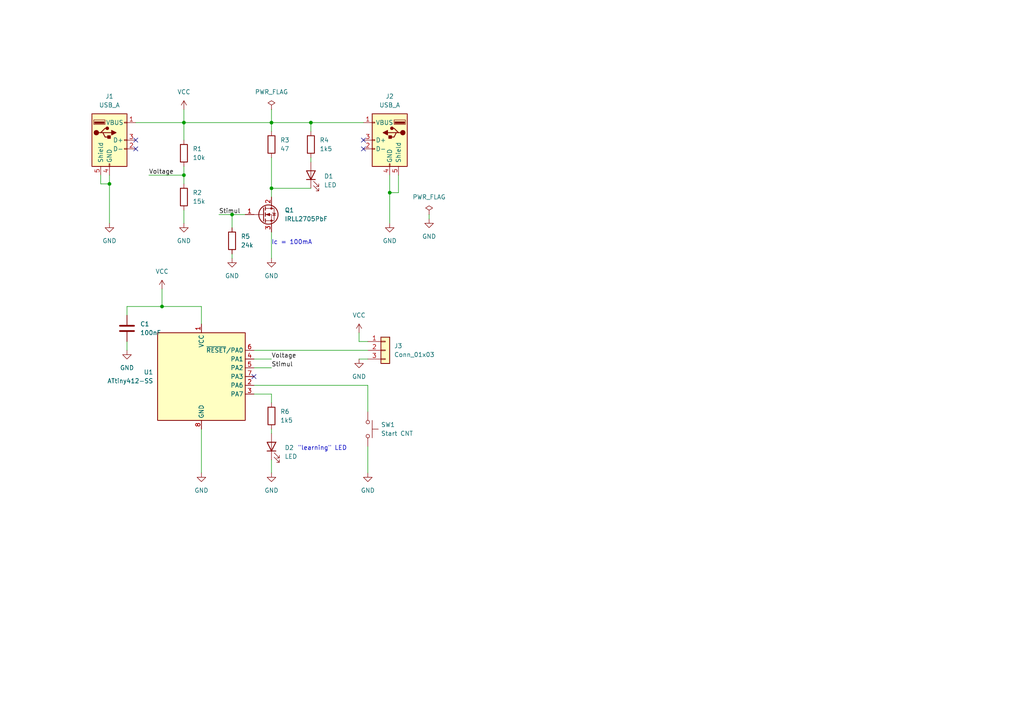
<source format=kicad_sch>
(kicad_sch (version 20230121) (generator eeschema)
  (paper "A4")
  (lib_symbols
    (symbol "Connector:USB_A" (pin_names (offset 1.016))
      (property "Reference" "J" (at -5.08 11.43 0))
      (property "Value" "USB_A" (at -5.08 8.89 0))
      (symbol "USB_A_0_1"
        (rectangle (start -5.08 -7.62) (end 5.08 7.62) (stroke (width 0.254)) (fill (type background)))
        (circle (center -3.81 2.159) (radius 0.635) (stroke (width 0.254)) (fill (type outline)))
        (rectangle (start -1.524 4.826) (end -4.318 5.334) (fill (type outline)))
        (rectangle (start -1.27 4.572) (end -4.572 5.842))
        (circle (center -0.635 3.429) (radius 0.381) (stroke (width 0.254)) (fill (type outline)))
        (rectangle (start -0.127 -7.62) (end 0.127 -6.858))
        (polyline (pts (xy -3.175 2.159) (xy -2.54 2.159) (xy -1.27 3.429) (xy -0.635 3.429)) (stroke (width 0.254)))
        (polyline (pts (xy -2.54 2.159) (xy -1.905 2.159) (xy -1.27 0.889) (xy 0 0.889)) (stroke (width 0.254)))
        (polyline (pts (xy 0.635 2.794) (xy 0.635 1.524) (xy 1.905 2.159) (xy 0.635 2.794)) (stroke (width 0.254)) (fill (type outline)))
        (rectangle (start 0.254 1.27) (end -0.508 0.508) (stroke (width 0.254)) (fill (type outline)))
        (rectangle (start 5.08 -2.667) (end 4.318 -2.413))
        (rectangle (start 5.08 -0.127) (end 4.318 0.127))
        (rectangle (start 5.08 4.953) (end 4.318 5.207))
      )
      (symbol "USB_A_1_1"
        (polyline (pts (xy -1.905 2.159) (xy 0.635 2.159)) (stroke (width 0.254)))
        (pin power_in line (at 7.62 5.08 180) (length 2.54) (name "VBUS") (number "1"))
        (pin bidirectional line (at 7.62 -2.54 180) (length 2.54) (name "D-") (number "2"))
        (pin bidirectional line (at 7.62 0 180) (length 2.54) (name "D+") (number "3"))
        (pin power_in line (at 0 -10.16 90) (length 2.54) (name "GND") (number "4"))
        (pin passive line (at -2.54 -10.16 90) (length 2.54) (name "Shield") (number "5"))
      )
    )
    (symbol "Connector_Generic:Conn_01x03" (pin_names (offset 1.016) hide)
      (property "Reference" "J" (at 0 5.08 0))
      (property "Value" "Conn_01x03" (at 0 -5.08 0))
      (symbol "Conn_01x03_1_1"
        (rectangle (start -1.27 -2.413) (end 0 -2.667) (stroke (width 0.1524)))
        (rectangle (start -1.27 0.127) (end 0 -0.127) (stroke (width 0.1524)))
        (rectangle (start -1.27 2.667) (end 0 2.413) (stroke (width 0.1524)))
        (rectangle (start -1.27 3.81) (end 1.27 -3.81) (stroke (width 0.254)) (fill (type background)))
        (pin passive line (at -5.08 2.54 0) (length 3.81) (name "Pin_1") (number "1"))
        (pin passive line (at -5.08 0 0) (length 3.81) (name "Pin_2") (number "2"))
        (pin passive line (at -5.08 -2.54 0) (length 3.81) (name "Pin_3") (number "3"))
      )
    )
    (symbol "Device:C" (pin_numbers hide) (pin_names (offset 0.254))
      (property "Reference" "C" (at 0.635 2.54 0))
      (property "Value" "C" (at 0.635 -2.54 0))
      (symbol "C_0_1"
        (polyline (pts (xy -2.032 -0.762) (xy 2.032 -0.762)) (stroke (width 0.508)))
        (polyline (pts (xy -2.032 0.762) (xy 2.032 0.762)) (stroke (width 0.508)))
      )
      (symbol "C_1_1"
        (pin passive line (at 0 3.81 270) (length 2.794) (name "~") (number "1"))
        (pin passive line (at 0 -3.81 90) (length 2.794) (name "~") (number "2"))
      )
    )
    (symbol "Device:LED" (pin_numbers hide) (pin_names (offset 1.016) hide)
      (property "Reference" "D" (at 0 2.54 0))
      (property "Value" "LED" (at 0 -2.54 0))
      (symbol "LED_0_1"
        (polyline (pts (xy -1.27 -1.27) (xy -1.27 1.27)) (stroke (width 0.254)))
        (polyline (pts (xy -1.27 0) (xy 1.27 0)))
        (polyline (pts (xy 1.27 -1.27) (xy 1.27 1.27) (xy -1.27 0) (xy 1.27 -1.27)) (stroke (width 0.254)))
        (polyline (pts (xy -3.048 -0.762) (xy -4.572 -2.286) (xy -3.81 -2.286) (xy -4.572 -2.286) (xy -4.572 -1.524)))
        (polyline (pts (xy -1.778 -0.762) (xy -3.302 -2.286) (xy -2.54 -2.286) (xy -3.302 -2.286) (xy -3.302 -1.524)))
      )
      (symbol "LED_1_1"
        (pin passive line (at -3.81 0 0) (length 2.54) (name "K") (number "1"))
        (pin passive line (at 3.81 0 180) (length 2.54) (name "A") (number "2"))
      )
    )
    (symbol "Device:R" (pin_numbers hide) (pin_names (offset 0))
      (property "Reference" "R" (at 2.032 0 90))
      (property "Value" "R" (at 0 0 90))
      (symbol "R_0_1"
        (rectangle (start -1.016 -2.54) (end 1.016 2.54) (stroke (width 0.254)))
      )
      (symbol "R_1_1"
        (pin passive line (at 0 3.81 270) (length 1.27) (name "~") (number "1"))
        (pin passive line (at 0 -3.81 90) (length 1.27) (name "~") (number "2"))
      )
    )
    (symbol "MCU_Microchip_ATtiny:ATtiny412-SS"
      (property "Reference" "U" (at -12.7 13.97 0))
      (property "Value" "ATtiny412-SS" (at 2.54 -13.97 0))
      (symbol "ATtiny412-SS_0_1"
        (rectangle (start -12.7 -12.7) (end 12.7 12.7) (stroke (width 0.254)) (fill (type background)))
      )
      (symbol "ATtiny412-SS_1_1"
        (pin power_in line (at 0 15.24 270) (length 2.54) (name "VCC") (number "1"))
        (pin bidirectional line (at 15.24 -2.54 180) (length 2.54) (name "PA6") (number "2"))
        (pin bidirectional line (at 15.24 -5.08 180) (length 2.54) (name "PA7") (number "3"))
        (pin bidirectional line (at 15.24 5.08 180) (length 2.54) (name "PA1") (number "4"))
        (pin bidirectional line (at 15.24 2.54 180) (length 2.54) (name "PA2") (number "5"))
        (pin bidirectional line (at 15.24 7.62 180) (length 2.54) (name "~{RESET}/PA0") (number "6"))
        (pin bidirectional line (at 15.24 0 180) (length 2.54) (name "PA3") (number "7"))
        (pin power_in line (at 0 -15.24 90) (length 2.54) (name "GND") (number "8"))
      )
    )
    (symbol "Switch:SW_Push" (pin_numbers hide) (pin_names (offset 1.016) hide)
      (property "Reference" "SW" (at 1.27 2.54 0))
      (property "Value" "SW_Push" (at 0 -1.524 0))
      (symbol "SW_Push_0_1"
        (circle (center -2.032 0) (radius 0.508))
        (polyline (pts (xy 0 1.27) (xy 0 3.048)))
        (polyline (pts (xy 2.54 1.27) (xy -2.54 1.27)))
        (circle (center 2.032 0) (radius 0.508))
        (pin passive line (at -5.08 0 0) (length 2.54) (name "1") (number "1"))
        (pin passive line (at 5.08 0 180) (length 2.54) (name "2") (number "2"))
      )
    )
    (symbol "Transistor_FET:IRLZ44N" (pin_names hide)
      (property "Reference" "Q" (at 6.35 1.905 0))
      (property "Value" "IRLZ44N" (at 6.35 0 0))
      (symbol "IRLZ44N_0_1"
        (polyline (pts (xy 0.254 0) (xy -2.54 0)))
        (polyline (pts (xy 0.254 1.905) (xy 0.254 -1.905)) (stroke (width 0.254)))
        (polyline (pts (xy 0.762 -1.27) (xy 0.762 -2.286)) (stroke (width 0.254)))
        (polyline (pts (xy 0.762 0.508) (xy 0.762 -0.508)) (stroke (width 0.254)))
        (polyline (pts (xy 0.762 2.286) (xy 0.762 1.27)) (stroke (width 0.254)))
        (polyline (pts (xy 2.54 2.54) (xy 2.54 1.778)))
        (polyline (pts (xy 2.54 -2.54) (xy 2.54 0) (xy 0.762 0)))
        (polyline (pts (xy 0.762 -1.778) (xy 3.302 -1.778) (xy 3.302 1.778) (xy 0.762 1.778)))
        (polyline (pts (xy 1.016 0) (xy 2.032 0.381) (xy 2.032 -0.381) (xy 1.016 0)) (fill (type outline)))
        (polyline (pts (xy 2.794 0.508) (xy 2.921 0.381) (xy 3.683 0.381) (xy 3.81 0.254)))
        (polyline (pts (xy 3.302 0.381) (xy 2.921 -0.254) (xy 3.683 -0.254) (xy 3.302 0.381)))
        (circle (center 1.651 0) (radius 2.794) (stroke (width 0.254)))
        (circle (center 2.54 -1.778) (radius 0.254) (fill (type outline)))
        (circle (center 2.54 1.778) (radius 0.254) (fill (type outline)))
      )
      (symbol "IRLZ44N_1_1"
        (pin input line (at -5.08 0 0) (length 2.54) (name "G") (number "1"))
        (pin passive line (at 2.54 5.08 270) (length 2.54) (name "D") (number "2"))
        (pin passive line (at 2.54 -5.08 90) (length 2.54) (name "S") (number "3"))
      )
    )
    (symbol "power:GND" (power) (pin_names (offset 0))
      (property "Value" "GND" (at 0 -3.81 0))
      (symbol "GND_0_1"
        (polyline (pts (xy 0 0) (xy 0 -1.27) (xy 1.27 -1.27) (xy 0 -2.54) (xy -1.27 -1.27) (xy 0 -1.27)))
      )
      (symbol "GND_1_1"
        (pin power_in line (at 0 0 270) (length 0) hide (name "GND") (number "1"))
      )
    )
    (symbol "power:PWR_FLAG" (power) (pin_numbers hide) (pin_names (offset 0) hide)
      (property "Value" "PWR_FLAG" (at 0 3.81 0))
      (symbol "PWR_FLAG_0_0"
        (pin power_out line (at 0 0 90) (length 0) (name "pwr") (number "1"))
      )
      (symbol "PWR_FLAG_0_1"
        (polyline (pts (xy 0 0) (xy 0 1.27) (xy -1.016 1.905) (xy 0 2.54) (xy 1.016 1.905) (xy 0 1.27)))
      )
    )
    (symbol "power:VCC" (power) (pin_names (offset 0))
      (property "Value" "VCC" (at 0 3.81 0))
      (symbol "VCC_0_1"
        (polyline (pts (xy -0.762 1.27) (xy 0 2.54)))
        (polyline (pts (xy 0 0) (xy 0 2.54)))
        (polyline (pts (xy 0 2.54) (xy 0.762 1.27)))
      )
      (symbol "VCC_1_1"
        (pin power_in line (at 0 0 90) (length 0) hide (name "VCC") (number "1"))
      )
    )
  )
  (junction (at 67.31 62.23))
  (junction (at 53.34 50.8))
  (junction (at 31.75 53.34))
  (junction (at 90.17 35.56))
  (junction (at 46.99 88.9))
  (junction (at 78.74 35.56))
  (junction (at 113.03 55.88))
  (junction (at 53.34 35.56))
  (junction (at 78.74 54.61))
  (no_connect (at 39.37 43.18))
  (no_connect (at 73.66 109.22))
  (no_connect (at 105.41 40.64))
  (no_connect (at 39.37 40.64))
  (no_connect (at 105.41 43.18))
  (wire (pts (xy 53.34 60.96) (xy 53.34 64.77)))
  (wire (pts (xy 106.68 104.14) (xy 104.14 104.14)))
  (wire (pts (xy 46.99 88.9) (xy 58.42 88.9)))
  (wire (pts (xy 53.34 31.75) (xy 53.34 35.56)))
  (wire (pts (xy 36.83 91.44) (xy 36.83 88.9)))
  (wire (pts (xy 63.5 62.23) (xy 67.31 62.23)))
  (wire (pts (xy 78.74 54.61) (xy 90.17 54.61)))
  (wire (pts (xy 78.74 54.61) (xy 78.74 57.15)))
  (wire (pts (xy 31.75 53.34) (xy 31.75 64.77)))
  (wire (pts (xy 115.57 55.88) (xy 113.03 55.88)))
  (wire (pts (xy 67.31 62.23) (xy 67.31 66.04)))
  (wire (pts (xy 31.75 50.8) (xy 31.75 53.34)))
  (wire (pts (xy 78.74 67.31) (xy 78.74 74.93)))
  (wire (pts (xy 106.68 111.76) (xy 106.68 119.38)))
  (wire (pts (xy 90.17 35.56) (xy 105.41 35.56)))
  (wire (pts (xy 36.83 88.9) (xy 46.99 88.9)))
  (wire (pts (xy 78.74 45.72) (xy 78.74 54.61)))
  (wire (pts (xy 39.37 35.56) (xy 53.34 35.56)))
  (wire (pts (xy 58.42 88.9) (xy 58.42 93.98)))
  (wire (pts (xy 53.34 50.8) (xy 53.34 53.34)))
  (wire (pts (xy 113.03 50.8) (xy 113.03 55.88)))
  (wire (pts (xy 29.21 53.34) (xy 29.21 50.8)))
  (wire (pts (xy 46.99 83.82) (xy 46.99 88.9)))
  (wire (pts (xy 106.68 99.06) (xy 104.14 99.06)))
  (wire (pts (xy 78.74 31.75) (xy 78.74 35.56)))
  (wire (pts (xy 73.66 101.6) (xy 106.68 101.6)))
  (wire (pts (xy 106.68 129.54) (xy 106.68 137.16)))
  (wire (pts (xy 124.46 62.23) (xy 124.46 63.5)))
  (wire (pts (xy 78.74 116.84) (xy 78.74 114.3)))
  (wire (pts (xy 90.17 35.56) (xy 90.17 38.1)))
  (wire (pts (xy 78.74 133.35) (xy 78.74 137.16)))
  (wire (pts (xy 73.66 106.68) (xy 78.74 106.68)))
  (wire (pts (xy 90.17 46.99) (xy 90.17 45.72)))
  (wire (pts (xy 53.34 35.56) (xy 53.34 40.64)))
  (wire (pts (xy 78.74 114.3) (xy 73.66 114.3)))
  (wire (pts (xy 73.66 104.14) (xy 78.74 104.14)))
  (wire (pts (xy 43.18 50.8) (xy 53.34 50.8)))
  (wire (pts (xy 53.34 48.26) (xy 53.34 50.8)))
  (wire (pts (xy 113.03 55.88) (xy 113.03 64.77)))
  (wire (pts (xy 115.57 50.8) (xy 115.57 55.88)))
  (wire (pts (xy 73.66 111.76) (xy 106.68 111.76)))
  (wire (pts (xy 53.34 35.56) (xy 78.74 35.56)))
  (wire (pts (xy 36.83 99.06) (xy 36.83 101.6)))
  (wire (pts (xy 78.74 125.73) (xy 78.74 124.46)))
  (wire (pts (xy 58.42 124.46) (xy 58.42 137.16)))
  (wire (pts (xy 31.75 53.34) (xy 29.21 53.34)))
  (wire (pts (xy 67.31 62.23) (xy 71.12 62.23)))
  (wire (pts (xy 67.31 73.66) (xy 67.31 74.93)))
  (wire (pts (xy 78.74 35.56) (xy 90.17 35.56)))
  (wire (pts (xy 78.74 35.56) (xy 78.74 38.1)))
  (wire (pts (xy 104.14 96.52) (xy 104.14 99.06)))
  (text "\"learning\" LED" (at 86.36 130.81 0) (effects (font (size 1.27 1.27)) (justify left bottom)))
  (text "Ic = 100mA" (at 78.74 71.12 0) (effects (font (size 1.27 1.27)) (justify left bottom)))
  (label "Stimul" (at 63.5 62.23 0))
  (label "Voltage" (at 78.74 104.14 0))
  (label "Stimul" (at 78.74 106.68 0))
  (label "Voltage" (at 43.18 50.8 0))
  (symbol (lib_id "power:GND") (at 78.74 74.93 0) (unit 1)
    (property "Reference" "#PWR03" (effects hide))
    (property "Value" "GND" (at 78.74 80.01 0))
  )
  (symbol (lib_id "Device:R") (at 90.17 41.91 0) (unit 1)
    (property "Reference" "R4" (at 92.71 40.64 0) (effects (justify left)))
    (property "Value" "1k5" (at 92.71 43.18 0) (effects (justify left)))
    (property "Footprint" "Resistor_SMD:R_0603_1608Metric" (effects hide))
  )
  (symbol (lib_id "power:VCC") (at 53.34 31.75 0) (unit 1)
    (property "Reference" "#PWR07" (effects hide))
    (property "Value" "VCC" (at 53.34 26.67 0))
  )
  (symbol (lib_id "MCU_Microchip_ATtiny:ATtiny412-SS") (at 58.42 109.22 0) (unit 1)
    (property "Reference" "U1" (at 44.45 107.95 0) (effects (justify right)))
    (property "Value" "ATtiny412-SS" (at 44.45 110.49 0) (effects (justify right)))
    (property "Footprint" "Package_SO:SOIC-8_3.9x4.9mm_P1.27mm" (effects hide))
    (property "Datasheet" "http://ww1.microchip.com/downloads/en/DeviceDoc/40001911A.pdf" (effects hide))
  )
  (symbol (lib_id "power:GND") (at 78.74 137.16 0) (unit 1)
    (property "Reference" "#PWR014" (effects hide))
    (property "Value" "GND" (at 78.74 142.24 0))
  )
  (symbol (lib_id "Device:R") (at 67.31 69.85 0) (unit 1)
    (property "Reference" "R5" (at 69.85 68.58 0) (effects (justify left)))
    (property "Value" "24k" (at 69.85 71.12 0) (effects (justify left)))
    (property "Footprint" "Resistor_SMD:R_0603_1608Metric" (effects hide))
  )
  (symbol (lib_id "Device:C") (at 36.83 95.25 180) (unit 1)
    (property "Reference" "C1" (at 40.64 93.98 0) (effects (justify right)))
    (property "Value" "100nF" (at 40.64 96.52 0) (effects (justify right)))
    (property "Footprint" "Resistor_SMD:R_0603_1608Metric" (effects hide))
  )
  (symbol (lib_id "power:PWR_FLAG") (at 78.74 31.75 0) (unit 1)
    (property "Reference" "#FLG01" (effects hide))
    (property "Value" "PWR_FLAG" (at 78.74 26.67 0))
  )
  (symbol (lib_id "power:GND") (at 53.34 64.77 0) (unit 1)
    (property "Reference" "#PWR02" (effects hide))
    (property "Value" "GND" (at 53.34 69.85 0))
  )
  (symbol (lib_id "power:GND") (at 113.03 64.77 0) (unit 1)
    (property "Reference" "#PWR04" (effects hide))
    (property "Value" "GND" (at 113.03 69.85 0))
  )
  (symbol (lib_id "Transistor_FET:IRLZ44N") (at 76.2 62.23 0) (unit 1)
    (property "Reference" "Q1" (at 82.55 60.96 0) (effects (justify left)))
    (property "Value" "IRLL2705PbF" (at 82.55 63.5 0) (effects (justify left)))
    (property "Footprint" "Package_TO_SOT_SMD:SOT-223-3_TabPin2" (effects hide))
    (property "Datasheet" "https://www.farnell.com/datasheets/140752.pdf" (effects hide))
  )
  (symbol (lib_id "Device:R") (at 53.34 44.45 0) (unit 1)
    (property "Reference" "R1" (at 55.88 43.18 0) (effects (justify left)))
    (property "Value" "10k" (at 55.88 45.72 0) (effects (justify left)))
    (property "Footprint" "Resistor_SMD:R_0603_1608Metric" (effects hide))
  )
  (symbol (lib_id "Connector:USB_A") (at 31.75 40.64 0) (unit 1)
    (property "Reference" "J1" (at 31.75 27.94 0))
    (property "Value" "USB_A" (at 31.75 30.48 0))
    (property "Footprint" "Vladyka:USB_A_Molex_18161_Horizontal" (effects hide))
    (property "Datasheet" " ~" (effects hide))
  )
  (symbol (lib_id "power:GND") (at 104.14 104.14 0) (unit 1)
    (property "Reference" "#PWR09" (effects hide))
    (property "Value" "GND" (at 104.14 109.22 0))
  )
  (symbol (lib_id "power:GND") (at 36.83 101.6 0) (unit 1)
    (property "Reference" "#PWR05" (effects hide))
    (property "Value" "GND" (at 36.83 106.68 0))
  )
  (symbol (lib_id "Device:R") (at 53.34 57.15 0) (unit 1)
    (property "Reference" "R2" (at 55.88 55.88 0) (effects (justify left)))
    (property "Value" "15k" (at 55.88 58.42 0) (effects (justify left)))
    (property "Footprint" "Resistor_SMD:R_0603_1608Metric" (effects hide))
  )
  (symbol (lib_id "Device:LED") (at 90.17 50.8 90) (unit 1)
    (property "Reference" "D1" (at 93.98 51.1175 90) (effects (justify right)))
    (property "Value" "LED" (at 93.98 53.6575 90) (effects (justify right)))
    (property "Footprint" "LED_SMD:LED_0603_1608Metric" (effects hide))
  )
  (symbol (lib_id "power:VCC") (at 104.14 96.52 0) (unit 1)
    (property "Reference" "#PWR08" (effects hide))
    (property "Value" "VCC" (at 104.14 91.44 0))
  )
  (symbol (lib_id "power:GND") (at 58.42 137.16 0) (unit 1)
    (property "Reference" "#PWR010" (effects hide))
    (property "Value" "GND" (at 58.42 142.24 0))
  )
  (symbol (lib_id "power:VCC") (at 46.99 83.82 0) (unit 1)
    (property "Reference" "#PWR06" (effects hide))
    (property "Value" "VCC" (at 46.99 78.74 0))
  )
  (symbol (lib_id "power:GND") (at 67.31 74.93 0) (unit 1)
    (property "Reference" "#PWR012" (effects hide))
    (property "Value" "GND" (at 67.31 80.01 0))
  )
  (symbol (lib_id "Device:R") (at 78.74 41.91 0) (unit 1)
    (property "Reference" "R3" (at 81.28 40.64 0) (effects (justify left)))
    (property "Value" "47" (at 81.28 43.18 0) (effects (justify left)))
    (property "Footprint" "Resistor_SMD:R_2010_5025Metric_Pad1.40x2.65mm_HandSolder" (effects hide))
  )
  (symbol (lib_id "power:GND") (at 106.68 137.16 0) (unit 1)
    (property "Reference" "#PWR011" (effects hide))
    (property "Value" "GND" (at 106.68 142.24 0))
  )
  (symbol (lib_id "power:PWR_FLAG") (at 124.46 62.23 0) (unit 1)
    (property "Reference" "#FLG02" (effects hide))
    (property "Value" "PWR_FLAG" (at 124.46 57.15 0))
  )
  (symbol (lib_id "Connector_Generic:Conn_01x03") (at 111.76 101.6 0) (unit 1)
    (property "Reference" "J3" (at 114.3 100.33 0) (effects (justify left)))
    (property "Value" "Conn_01x03" (at 114.3 102.87 0) (effects (justify left)))
    (property "Footprint" "Connector_PinSocket_2.54mm:PinSocket_1x03_P2.54mm_Vertical" (effects hide))
  )
  (symbol (lib_id "Device:R") (at 78.74 120.65 0) (unit 1)
    (property "Reference" "R6" (at 81.28 119.38 0) (effects (justify left)))
    (property "Value" "1k5" (at 81.28 121.92 0) (effects (justify left)))
    (property "Footprint" "Resistor_SMD:R_0603_1608Metric" (effects hide))
  )
  (symbol (lib_id "Connector:USB_A") (at 113.03 40.64 0) (mirror y) (unit 1)
    (property "Reference" "J2" (at 113.03 27.94 0))
    (property "Value" "USB_A" (at 113.03 30.48 0))
    (property "Footprint" "Connector_USB:USB_A_CONNFLY_DS1095-WNR0" (effects hide))
    (property "Datasheet" "http://www.on-shore.com/wp-content/uploads/USB-A1HSXX.pdf" (effects hide))
  )
  (symbol (lib_id "Switch:SW_Push") (at 106.68 124.46 270) (unit 1)
    (property "Reference" "SW1" (at 110.49 123.19 90) (effects (justify left)))
    (property "Value" "Start CNT" (at 110.49 125.73 90) (effects (justify left)))
    (property "Footprint" "Button_Switch_THT:SW_Tactile_SPST_Angled_PTS645Vx58-2LFS" (effects hide))
  )
  (symbol (lib_id "power:GND") (at 31.75 64.77 0) (unit 1)
    (property "Reference" "#PWR01" (effects hide))
    (property "Value" "GND" (at 31.75 69.85 0))
  )
  (symbol (lib_id "power:GND") (at 124.46 63.5 0) (unit 1)
    (property "Reference" "#PWR013" (effects hide))
    (property "Value" "GND" (at 124.46 68.58 0))
  )
  (symbol (lib_id "Device:LED") (at 78.74 129.54 90) (unit 1)
    (property "Reference" "D2" (at 82.55 129.8575 90) (effects (justify right)))
    (property "Value" "LED" (at 82.55 132.3975 90) (effects (justify right)))
    (property "Footprint" "LED_SMD:LED_0603_1608Metric" (effects hide))
  )
)
</source>
